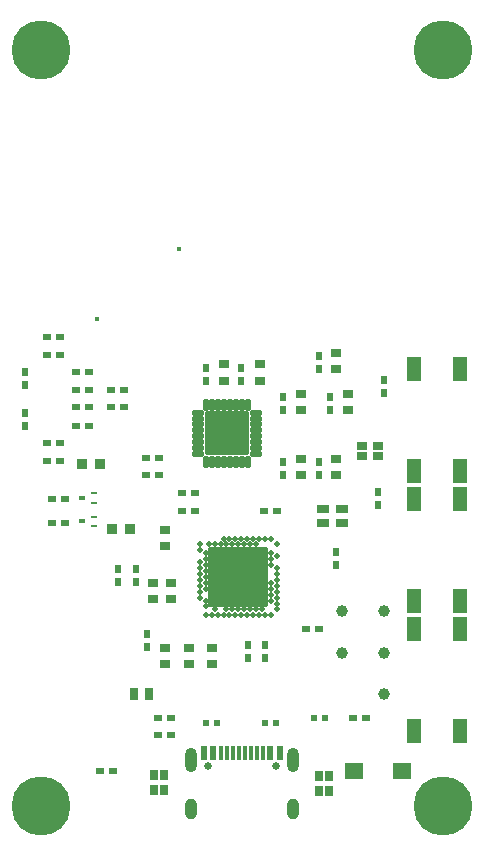
<source format=gts>
G04 #@! TF.GenerationSoftware,KiCad,Pcbnew,9.0.3*
G04 #@! TF.CreationDate,2025-07-24T21:09:00-07:00*
G04 #@! TF.ProjectId,kikard,6b696b61-7264-42e6-9b69-6361645f7063,rev?*
G04 #@! TF.SameCoordinates,Original*
G04 #@! TF.FileFunction,Soldermask,Top*
G04 #@! TF.FilePolarity,Negative*
%FSLAX46Y46*%
G04 Gerber Fmt 4.6, Leading zero omitted, Abs format (unit mm)*
G04 Created by KiCad (PCBNEW 9.0.3) date 2025-07-24 21:09:00*
%MOMM*%
%LPD*%
G01*
G04 APERTURE LIST*
G04 Aperture macros list*
%AMRoundRect*
0 Rectangle with rounded corners*
0 $1 Rounding radius*
0 $2 $3 $4 $5 $6 $7 $8 $9 X,Y pos of 4 corners*
0 Add a 4 corners polygon primitive as box body*
4,1,4,$2,$3,$4,$5,$6,$7,$8,$9,$2,$3,0*
0 Add four circle primitives for the rounded corners*
1,1,$1+$1,$2,$3*
1,1,$1+$1,$4,$5*
1,1,$1+$1,$6,$7*
1,1,$1+$1,$8,$9*
0 Add four rect primitives between the rounded corners*
20,1,$1+$1,$2,$3,$4,$5,0*
20,1,$1+$1,$4,$5,$6,$7,0*
20,1,$1+$1,$6,$7,$8,$9,0*
20,1,$1+$1,$8,$9,$2,$3,0*%
G04 Aperture macros list end*
%ADD10C,1.000000*%
%ADD11R,0.540000X0.790000*%
%ADD12R,0.790000X0.540000*%
%ADD13R,0.900000X0.800000*%
%ADD14R,0.810000X0.860000*%
%ADD15R,0.490000X0.290000*%
%ADD16R,0.490000X0.430000*%
%ADD17C,5.000000*%
%ADD18R,1.100000X0.800000*%
%ADD19R,0.570000X0.540000*%
%ADD20RoundRect,0.058000X0.464000X0.174000X-0.464000X0.174000X-0.464000X-0.174000X0.464000X-0.174000X0*%
%ADD21RoundRect,0.058000X0.174000X0.464000X-0.174000X0.464000X-0.174000X-0.464000X0.174000X-0.464000X0*%
%ADD22RoundRect,0.102000X1.750000X1.750000X-1.750000X1.750000X-1.750000X-1.750000X1.750000X-1.750000X0*%
%ADD23R,0.700000X0.900000*%
%ADD24R,0.860000X0.800000*%
%ADD25R,1.530000X1.360000*%
%ADD26C,0.400000*%
%ADD27R,1.200000X2.000000*%
%ADD28R,0.800000X1.000000*%
%ADD29R,0.850000X0.700000*%
%ADD30C,0.650000*%
%ADD31O,1.000000X2.100000*%
%ADD32O,1.000000X1.800000*%
%ADD33R,0.600000X1.150000*%
%ADD34R,0.300000X1.150000*%
%ADD35RoundRect,0.102000X-2.425000X-2.425000X2.425000X-2.425000X2.425000X2.425000X-2.425000X2.425000X0*%
%ADD36C,0.479000*%
%ADD37C,0.500000*%
%ADD38C,0.250000*%
G04 APERTURE END LIST*
D10*
X162000000Y-122500000D03*
X162000000Y-119000000D03*
X158500000Y-119000000D03*
X162000000Y-115500000D03*
X158500000Y-115500000D03*
D11*
X150500000Y-119500000D03*
X150500000Y-118400000D03*
D12*
X141900000Y-102500000D03*
X143000000Y-102500000D03*
D13*
X147500000Y-118600000D03*
X147500000Y-120000000D03*
D12*
X133500000Y-102780000D03*
X134600000Y-102780000D03*
D14*
X139000000Y-108500000D03*
X140500000Y-108500000D03*
D13*
X159000000Y-97100000D03*
X159000000Y-98500000D03*
D15*
X137500000Y-108300000D03*
X137500000Y-107500000D03*
D16*
X136440000Y-107900000D03*
D12*
X138900000Y-96750000D03*
X140000000Y-96750000D03*
X144900000Y-107000000D03*
X146000000Y-107000000D03*
D11*
X156500000Y-104000000D03*
X156500000Y-102900000D03*
X141000000Y-111900000D03*
X141000000Y-113000000D03*
D17*
X167000000Y-132000000D03*
D11*
X147000000Y-94900000D03*
X147000000Y-96000000D03*
D18*
X156900000Y-108010000D03*
X158500000Y-108000000D03*
X158500000Y-106850000D03*
X156900000Y-106860000D03*
D12*
X134600000Y-101280000D03*
X133500000Y-101280000D03*
D19*
X156140000Y-124500000D03*
X157000000Y-124500000D03*
D12*
X146000000Y-105500000D03*
X144900000Y-105500000D03*
X144000000Y-124500000D03*
X142900000Y-124500000D03*
D20*
X151185000Y-102185000D03*
X151185000Y-101685000D03*
X151185000Y-101185000D03*
X151185000Y-100685000D03*
X151185000Y-100185000D03*
X151185000Y-99685000D03*
X151185000Y-99185000D03*
X151185000Y-98685000D03*
D21*
X150500000Y-98000000D03*
X150000000Y-98000000D03*
X149500000Y-98000000D03*
X149000000Y-98000000D03*
X148500000Y-98000000D03*
X148000000Y-98000000D03*
X147500000Y-98000000D03*
X147000000Y-98000000D03*
D20*
X146315000Y-98685000D03*
X146315000Y-99185000D03*
X146315000Y-99685000D03*
X146315000Y-100185000D03*
X146315000Y-100685000D03*
X146315000Y-101185000D03*
X146315000Y-101685000D03*
X146315000Y-102185000D03*
D21*
X147000000Y-102870000D03*
X147500000Y-102870000D03*
X148000000Y-102870000D03*
X148500000Y-102870000D03*
X149000000Y-102870000D03*
X149500000Y-102870000D03*
X150000000Y-102870000D03*
X150500000Y-102870000D03*
D22*
X148750000Y-100435000D03*
D11*
X157500000Y-97400000D03*
X157500000Y-98500000D03*
D23*
X142550000Y-129350000D03*
X142550000Y-130650000D03*
X143450000Y-129350000D03*
X143450000Y-130650000D03*
D11*
X149950000Y-94900000D03*
X149950000Y-96000000D03*
D24*
X142500000Y-114500000D03*
X142500000Y-113100000D03*
D11*
X139500000Y-111900000D03*
X139500000Y-113000000D03*
D12*
X134600000Y-92280000D03*
X133500000Y-92280000D03*
D23*
X156500000Y-129430000D03*
X156500000Y-130730000D03*
X157400000Y-129430000D03*
X157400000Y-130730000D03*
D12*
X144000000Y-126000000D03*
X142900000Y-126000000D03*
X156500000Y-117000000D03*
X155400000Y-117000000D03*
X136000000Y-99780000D03*
X137100000Y-99780000D03*
D25*
X159460000Y-129000000D03*
X163540000Y-129000000D03*
D12*
X153000000Y-107000000D03*
X151900000Y-107000000D03*
D26*
X137700000Y-90800000D03*
X144700000Y-84800000D03*
D11*
X153500000Y-97400000D03*
X153500000Y-98500000D03*
D17*
X133000000Y-68000000D03*
D27*
X164550000Y-114600000D03*
X164550000Y-106000000D03*
X168450000Y-114600000D03*
X168450000Y-106000000D03*
D19*
X152000000Y-125000000D03*
X152860000Y-125000000D03*
D11*
X156500000Y-93900000D03*
X156500000Y-95000000D03*
D28*
X142100000Y-122500000D03*
X140900000Y-122500000D03*
D27*
X164550000Y-125600000D03*
X164550000Y-117000000D03*
X168450000Y-125600000D03*
X168450000Y-117000000D03*
D24*
X144000000Y-113100000D03*
X144000000Y-114500000D03*
D19*
X147860000Y-125000000D03*
X147000000Y-125000000D03*
D13*
X158000000Y-93600000D03*
X158000000Y-95000000D03*
D29*
X160200000Y-102400000D03*
X161500000Y-102400000D03*
X161500000Y-101500000D03*
X160200000Y-101500000D03*
D30*
X147110000Y-128615000D03*
X152890000Y-128615000D03*
D31*
X145680000Y-128115000D03*
X154320000Y-128115000D03*
D32*
X145680000Y-132265000D03*
X154320000Y-132265000D03*
D33*
X146800000Y-127545000D03*
X147600000Y-127545000D03*
D34*
X148750000Y-127545000D03*
X149750000Y-127545000D03*
X150250000Y-127545000D03*
X151250000Y-127545000D03*
D33*
X153200000Y-127545000D03*
X152400000Y-127545000D03*
D34*
X151750000Y-127545000D03*
X150750000Y-127545000D03*
X149250000Y-127545000D03*
X148250000Y-127545000D03*
D12*
X138900000Y-98250000D03*
X140000000Y-98250000D03*
D13*
X143500000Y-108600000D03*
X143500000Y-110000000D03*
D11*
X142000000Y-117400000D03*
X142000000Y-118500000D03*
X162000000Y-95900000D03*
X162000000Y-97000000D03*
D17*
X167000000Y-68000000D03*
D12*
X136000000Y-98250000D03*
X137100000Y-98250000D03*
X159450000Y-124500000D03*
X160550000Y-124500000D03*
D27*
X164550000Y-103600000D03*
X164550000Y-95000000D03*
X168450000Y-103600000D03*
X168450000Y-95000000D03*
D15*
X137500000Y-106300000D03*
X137500000Y-105500000D03*
D16*
X136440000Y-105900000D03*
D12*
X133900000Y-108000000D03*
X135000000Y-108000000D03*
D13*
X148500000Y-94600000D03*
X148500000Y-96000000D03*
D11*
X152000000Y-119500000D03*
X152000000Y-118400000D03*
D13*
X143500000Y-120000000D03*
X143500000Y-118600000D03*
D12*
X141900000Y-104000000D03*
X143000000Y-104000000D03*
D13*
X158000000Y-104000000D03*
X158000000Y-102600000D03*
D14*
X136500000Y-103000000D03*
X138000000Y-103000000D03*
D11*
X131600000Y-95230000D03*
X131600000Y-96330000D03*
D13*
X155000000Y-97100000D03*
X155000000Y-98500000D03*
D12*
X138020000Y-129000000D03*
X139120000Y-129000000D03*
D11*
X131600000Y-98680000D03*
X131600000Y-99780000D03*
D12*
X133900000Y-106000000D03*
X135000000Y-106000000D03*
X134600000Y-93780000D03*
X133500000Y-93780000D03*
D11*
X153500000Y-104000000D03*
X153500000Y-102900000D03*
D13*
X155000000Y-104000000D03*
X155000000Y-102600000D03*
X145500000Y-120000000D03*
X145500000Y-118600000D03*
D11*
X161500000Y-106500000D03*
X161500000Y-105400000D03*
D13*
X151500000Y-94600000D03*
X151500000Y-96000000D03*
D12*
X137100000Y-96750000D03*
X136000000Y-96750000D03*
D11*
X158000000Y-110450000D03*
X158000000Y-111550000D03*
D12*
X136000000Y-95280000D03*
X137100000Y-95280000D03*
D35*
X149700000Y-112600000D03*
D36*
X148450000Y-109350000D03*
X148950000Y-109350000D03*
X149450000Y-109350000D03*
X149950000Y-109350000D03*
X150450000Y-109350000D03*
X150950000Y-109350000D03*
X151450000Y-109350000D03*
X151950000Y-109350000D03*
X152450000Y-109350000D03*
X152950000Y-114850000D03*
X146950000Y-115100000D03*
X147700000Y-115350000D03*
X148700000Y-115350000D03*
X149200000Y-115350000D03*
X149700000Y-115350000D03*
X150200000Y-115350000D03*
X150700000Y-115350000D03*
X151200000Y-115350000D03*
X151700000Y-115350000D03*
X152950000Y-115350000D03*
X146950000Y-115850000D03*
X147450000Y-115850000D03*
X147950000Y-115850000D03*
X148450000Y-115850000D03*
X148950000Y-115850000D03*
X149450000Y-115850000D03*
X149950000Y-115850000D03*
X150450000Y-115850000D03*
X150950000Y-115850000D03*
X151450000Y-115850000D03*
X151950000Y-115850000D03*
X152450000Y-115850000D03*
X146450000Y-109850000D03*
X147200000Y-109850000D03*
X147700000Y-109850000D03*
X148200000Y-109850000D03*
X148700000Y-109850000D03*
X149200000Y-109850000D03*
X149700000Y-109850000D03*
X150200000Y-109850000D03*
X150700000Y-109850000D03*
X151200000Y-109850000D03*
X152950000Y-109850000D03*
X146450000Y-110350000D03*
X146950000Y-110600000D03*
X152450000Y-110600000D03*
X152950000Y-110850000D03*
X146950000Y-111100000D03*
X152450000Y-111100000D03*
X146450000Y-111350000D03*
X146950000Y-111600000D03*
X152450000Y-111600000D03*
X146450000Y-111850000D03*
X152950000Y-111850000D03*
X146950000Y-112100000D03*
X146450000Y-112350000D03*
X152950000Y-112350000D03*
X146950000Y-112600000D03*
X146450000Y-112850000D03*
X152950000Y-112850000D03*
X146950000Y-113100000D03*
X152450000Y-113100000D03*
X146450000Y-113350000D03*
X152950000Y-113350000D03*
X146950000Y-113600000D03*
X152450000Y-113600000D03*
X146450000Y-113850000D03*
X152950000Y-113850000D03*
X152450000Y-114100000D03*
X146450000Y-114350000D03*
X152950000Y-114350000D03*
X146950000Y-114600000D03*
X152450000Y-114600000D03*
D17*
X133000000Y-132000000D03*
D37*
X161500000Y-101500000D03*
X160200000Y-102400000D03*
D38*
X148200000Y-109850000D03*
X147700000Y-115350000D03*
X146950000Y-111100000D03*
X152450000Y-110600000D03*
X146450000Y-110350000D03*
X152450000Y-111600000D03*
X149700000Y-115350000D03*
X148450000Y-115850000D03*
X146450000Y-112850000D03*
X152450000Y-113600000D03*
X152450000Y-113100000D03*
X151700000Y-115350000D03*
X150700000Y-115350000D03*
X149200000Y-115350000D03*
X148700000Y-115350000D03*
X151200000Y-115350000D03*
M02*

</source>
